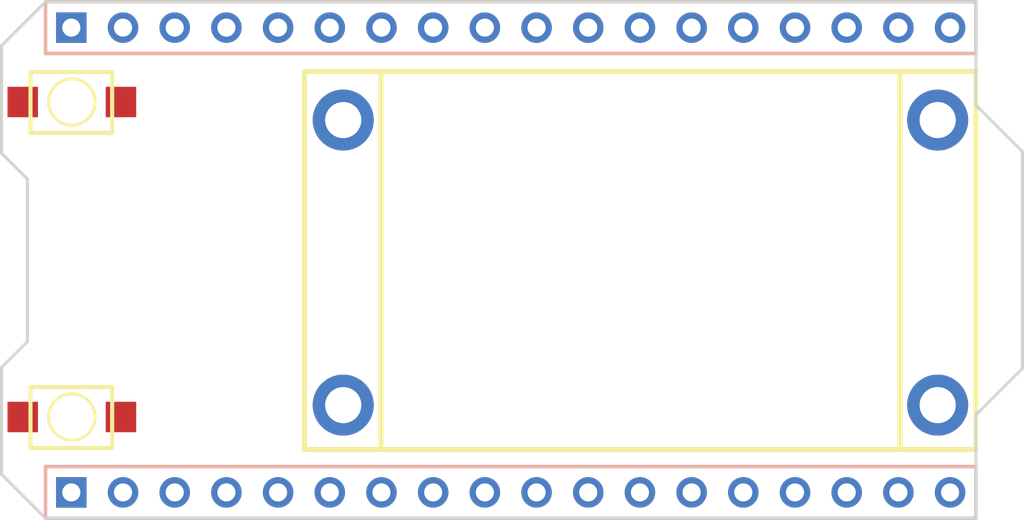
<source format=kicad_pcb>
(kicad_pcb (version 20171130) (host pcbnew "(5.1.6)-1")

  (general
    (thickness 1.6)
    (drawings 20)
    (tracks 0)
    (zones 0)
    (modules 8)
    (nets 2)
  )

  (page A4)
  (layers
    (0 F.Cu signal)
    (31 B.Cu signal)
    (32 B.Adhes user)
    (33 F.Adhes user)
    (34 B.Paste user)
    (35 F.Paste user)
    (36 B.SilkS user)
    (37 F.SilkS user)
    (38 B.Mask user)
    (39 F.Mask user)
    (40 Dwgs.User user)
    (41 Cmts.User user)
    (42 Eco1.User user)
    (43 Eco2.User user)
    (44 Edge.Cuts user)
    (45 Margin user)
    (46 B.CrtYd user)
    (47 F.CrtYd user)
    (48 B.Fab user)
    (49 F.Fab user)
  )

  (setup
    (last_trace_width 0.25)
    (trace_clearance 0.2)
    (zone_clearance 0.508)
    (zone_45_only no)
    (trace_min 0.2)
    (via_size 0.8)
    (via_drill 0.4)
    (via_min_size 0.4)
    (via_min_drill 0.3)
    (uvia_size 0.3)
    (uvia_drill 0.1)
    (uvias_allowed no)
    (uvia_min_size 0.2)
    (uvia_min_drill 0.1)
    (edge_width 0.05)
    (segment_width 0.2)
    (pcb_text_width 0.3)
    (pcb_text_size 1.5 1.5)
    (mod_edge_width 0.12)
    (mod_text_size 1 1)
    (mod_text_width 0.15)
    (pad_size 1.524 1.524)
    (pad_drill 0.762)
    (pad_to_mask_clearance 0.051)
    (solder_mask_min_width 0.25)
    (aux_axis_origin 0 0)
    (visible_elements 7FFFFFFF)
    (pcbplotparams
      (layerselection 0x010fc_ffffffff)
      (usegerberextensions false)
      (usegerberattributes false)
      (usegerberadvancedattributes false)
      (creategerberjobfile false)
      (excludeedgelayer true)
      (linewidth 0.100000)
      (plotframeref false)
      (viasonmask false)
      (mode 1)
      (useauxorigin false)
      (hpglpennumber 1)
      (hpglpenspeed 20)
      (hpglpendiameter 15.000000)
      (psnegative false)
      (psa4output false)
      (plotreference true)
      (plotvalue true)
      (plotinvisibletext false)
      (padsonsilk false)
      (subtractmaskfromsilk false)
      (outputformat 1)
      (mirror false)
      (drillshape 1)
      (scaleselection 1)
      (outputdirectory ""))
  )

  (net 0 "")
  (net 1 GND)

  (net_class Default 这是默认网络类。
    (clearance 0.2)
    (trace_width 0.25)
    (via_dia 0.8)
    (via_drill 0.4)
    (uvia_dia 0.3)
    (uvia_drill 0.1)
    (add_net GND)
  )

  (module "" (layer F.Cu) (tedit 0) (tstamp 0)
    (at 168.7244 98.5366)
    (fp_text reference "" (at 0 0) (layer F.SilkS)
      (effects (font (size 1.27 1.27) (thickness 0.15)))
    )
    (fp_text value "" (at 0 0) (layer F.SilkS)
      (effects (font (size 1.27 1.27) (thickness 0.15)))
    )
    (pad "" thru_hole circle (at 0 0) (size 2.9972 2.9972) (drill 1.778) (layers *.Cu *.Mask)
      (net 1 GND))
  )

  (module "" (layer F.Cu) (tedit 0) (tstamp 0)
    (at 168.7244 112.5574)
    (fp_text reference "" (at 0 0) (layer F.SilkS)
      (effects (font (size 1.27 1.27) (thickness 0.15)))
    )
    (fp_text value "" (at 0 0) (layer F.SilkS)
      (effects (font (size 1.27 1.27) (thickness 0.15)))
    )
    (pad "" thru_hole circle (at 0 0) (size 2.9972 2.9972) (drill 1.778) (layers *.Cu *.Mask)
      (net 1 GND))
  )

  (module "" (layer F.Cu) (tedit 0) (tstamp 0)
    (at 139.5144 98.5366)
    (fp_text reference "" (at 0 0) (layer F.SilkS)
      (effects (font (size 1.27 1.27) (thickness 0.15)))
    )
    (fp_text value "" (at 0 0) (layer F.SilkS)
      (effects (font (size 1.27 1.27) (thickness 0.15)))
    )
    (pad "" thru_hole circle (at 0 0) (size 2.9972 2.9972) (drill 1.778) (layers *.Cu *.Mask)
      (net 1 GND))
  )

  (module "" (layer F.Cu) (tedit 0) (tstamp 0)
    (at 139.5144 112.5574)
    (fp_text reference "" (at 0 0) (layer F.SilkS)
      (effects (font (size 1.27 1.27) (thickness 0.15)))
    )
    (fp_text value "" (at 0 0) (layer F.SilkS)
      (effects (font (size 1.27 1.27) (thickness 0.15)))
    )
    (pad "" thru_hole circle (at 0 0) (size 2.9972 2.9972) (drill 1.778) (layers *.Cu *.Mask)
      (net 1 GND))
  )

  (module HDR1X18_1 (layer B.Cu) (tedit 0) (tstamp 0)
    (at 126.154 93.99 180)
    (attr smd)
    (fp_text reference JP2 (at -43.9166 2.3876 unlocked) (layer B.SilkS) hide
      (effects (font (size 0.333248 0.35052) (thickness 0.0762)) (justify mirror))
    )
    (fp_text value "Header 18" (at -22.0726 0.0762 unlocked) (layer B.SilkS) hide
      (effects (font (size 0.333248 0.35052) (thickness 0.0762)) (justify mirror))
    )
    (fp_line (start -0.635 -1.27) (end -44.45 -1.27) (layer B.SilkS) (width 0.1778))
    (fp_line (start 1.27 1.27) (end -44.45 1.27) (layer B.SilkS) (width 0.1778))
    (fp_line (start -44.45 1.27) (end -44.45 -1.27) (layer B.SilkS) (width 0.1778))
    (fp_line (start 1.27 1.27) (end 1.27 -1.27) (layer B.SilkS) (width 0.1778))
    (fp_line (start 1.27 -1.27) (end -0.635 -1.27) (layer B.SilkS) (width 0.1778))
    (pad 1 thru_hole rect (at 0 0 180) (size 1.4986 1.4986) (drill 0.889) (layers *.Cu *.Mask))
    (pad 2 thru_hole circle (at -2.54 0 180) (size 1.4986 1.4986) (drill 0.889) (layers *.Cu *.Mask))
    (pad 3 thru_hole circle (at -5.08 0 180) (size 1.4986 1.4986) (drill 0.889) (layers *.Cu *.Mask))
    (pad 4 thru_hole circle (at -7.62 0 180) (size 1.4986 1.4986) (drill 0.889) (layers *.Cu *.Mask))
    (pad 5 thru_hole circle (at -10.16 0 180) (size 1.4986 1.4986) (drill 0.889) (layers *.Cu *.Mask))
    (pad 6 thru_hole circle (at -12.7 0 180) (size 1.4986 1.4986) (drill 0.889) (layers *.Cu *.Mask))
    (pad 7 thru_hole circle (at -15.24 0 180) (size 1.4986 1.4986) (drill 0.889) (layers *.Cu *.Mask))
    (pad 8 thru_hole circle (at -17.78 0 180) (size 1.4986 1.4986) (drill 0.889) (layers *.Cu *.Mask))
    (pad 9 thru_hole circle (at -20.32 0 180) (size 1.4986 1.4986) (drill 0.889) (layers *.Cu *.Mask))
    (pad 10 thru_hole circle (at -22.86 0 180) (size 1.4986 1.4986) (drill 0.889) (layers *.Cu *.Mask))
    (pad 11 thru_hole circle (at -25.4 0 180) (size 1.4986 1.4986) (drill 0.889) (layers *.Cu *.Mask))
    (pad 12 thru_hole circle (at -27.94 0 180) (size 1.4986 1.4986) (drill 0.889) (layers *.Cu *.Mask))
    (pad 13 thru_hole circle (at -30.48 0 180) (size 1.4986 1.4986) (drill 0.889) (layers *.Cu *.Mask))
    (pad 14 thru_hole circle (at -33.02 0 180) (size 1.4986 1.4986) (drill 0.889) (layers *.Cu *.Mask))
    (pad 15 thru_hole circle (at -35.56 0 180) (size 1.4986 1.4986) (drill 0.889) (layers *.Cu *.Mask))
    (pad 16 thru_hole circle (at -38.1 0 180) (size 1.4986 1.4986) (drill 0.889) (layers *.Cu *.Mask))
    (pad 17 thru_hole circle (at -40.64 0 180) (size 1.4986 1.4986) (drill 0.889) (layers *.Cu *.Mask))
    (pad 18 thru_hole circle (at -43.18 0 180) (size 1.4986 1.4986) (drill 0.889) (layers *.Cu *.Mask))
  )

  (module HDR1X18_1 (layer B.Cu) (tedit 0) (tstamp 0)
    (at 126.154 116.85 180)
    (attr smd)
    (fp_text reference JP3 (at -0.7112 45.5422 unlocked) (layer B.SilkS) hide
      (effects (font (size 0.333248 0.35052) (thickness 0.0762)) (justify mirror))
    )
    (fp_text value "Header 18" (at -22.0726 0.0762 unlocked) (layer B.SilkS) hide
      (effects (font (size 0.333248 0.35052) (thickness 0.0762)) (justify mirror))
    )
    (fp_line (start -0.635 -1.27) (end -44.45 -1.27) (layer B.SilkS) (width 0.1778))
    (fp_line (start 1.27 1.27) (end -44.45 1.27) (layer B.SilkS) (width 0.1778))
    (fp_line (start -44.45 1.27) (end -44.45 -1.27) (layer B.SilkS) (width 0.1778))
    (fp_line (start 1.27 1.27) (end 1.27 -1.27) (layer B.SilkS) (width 0.1778))
    (fp_line (start 1.27 -1.27) (end -0.635 -1.27) (layer B.SilkS) (width 0.1778))
    (pad 1 thru_hole rect (at 0 0 180) (size 1.4986 1.4986) (drill 0.889) (layers *.Cu *.Mask))
    (pad 2 thru_hole circle (at -2.54 0 180) (size 1.4986 1.4986) (drill 0.889) (layers *.Cu *.Mask))
    (pad 3 thru_hole circle (at -5.08 0 180) (size 1.4986 1.4986) (drill 0.889) (layers *.Cu *.Mask))
    (pad 4 thru_hole circle (at -7.62 0 180) (size 1.4986 1.4986) (drill 0.889) (layers *.Cu *.Mask))
    (pad 5 thru_hole circle (at -10.16 0 180) (size 1.4986 1.4986) (drill 0.889) (layers *.Cu *.Mask))
    (pad 6 thru_hole circle (at -12.7 0 180) (size 1.4986 1.4986) (drill 0.889) (layers *.Cu *.Mask))
    (pad 7 thru_hole circle (at -15.24 0 180) (size 1.4986 1.4986) (drill 0.889) (layers *.Cu *.Mask))
    (pad 8 thru_hole circle (at -17.78 0 180) (size 1.4986 1.4986) (drill 0.889) (layers *.Cu *.Mask))
    (pad 9 thru_hole circle (at -20.32 0 180) (size 1.4986 1.4986) (drill 0.889) (layers *.Cu *.Mask))
    (pad 10 thru_hole circle (at -22.86 0 180) (size 1.4986 1.4986) (drill 0.889) (layers *.Cu *.Mask))
    (pad 11 thru_hole circle (at -25.4 0 180) (size 1.4986 1.4986) (drill 0.889) (layers *.Cu *.Mask))
    (pad 12 thru_hole circle (at -27.94 0 180) (size 1.4986 1.4986) (drill 0.889) (layers *.Cu *.Mask))
    (pad 13 thru_hole circle (at -30.48 0 180) (size 1.4986 1.4986) (drill 0.889) (layers *.Cu *.Mask))
    (pad 14 thru_hole circle (at -33.02 0 180) (size 1.4986 1.4986) (drill 0.889) (layers *.Cu *.Mask))
    (pad 15 thru_hole circle (at -35.56 0 180) (size 1.4986 1.4986) (drill 0.889) (layers *.Cu *.Mask))
    (pad 16 thru_hole circle (at -38.1 0 180) (size 1.4986 1.4986) (drill 0.889) (layers *.Cu *.Mask))
    (pad 17 thru_hole circle (at -40.64 0 180) (size 1.4986 1.4986) (drill 0.889) (layers *.Cu *.Mask))
    (pad 18 thru_hole circle (at -43.18 0 180) (size 1.4986 1.4986) (drill 0.889) (layers *.Cu *.Mask))
  )

  (module TACK_SWITCH_3x4x2_no_hole_1 (layer F.Cu) (tedit 0) (tstamp 0)
    (at 129.329 113.675)
    (attr smd)
    (fp_text reference S1 (at -1.6002 -1.1176 unlocked) (layer F.SilkS) hide
      (effects (font (size 0.333248 0.35052) (thickness 0.0762)))
    )
    (fp_text value RESET (at -3.4036 -0.5842 unlocked) (layer F.SilkS) hide
      (effects (font (size 0.333248 0.35052) (thickness 0.0762)))
    )
    (fp_circle (center -3.1496 -0.5334) (end -2.0066 -0.5334) (layer F.SilkS) (width 0.1524))
    (fp_line (start -5.1816 0.9906) (end -1.1684 0.9906) (layer F.SilkS) (width 0.2032))
    (fp_line (start -1.1684 0.9906) (end -1.1684 -2.0066) (layer F.SilkS) (width 0.2032))
    (fp_line (start -5.1816 -2.0066) (end -1.1684 -2.0066) (layer F.SilkS) (width 0.2032))
    (fp_line (start -5.1816 0.9906) (end -5.1816 -2.0066) (layer F.SilkS) (width 0.2032))
    (pad 1 smd rect (at -5.5626 -0.5334) (size 1.4986 1.4986) (layers F.Cu F.Paste F.Mask))
    (pad 2 smd rect (at -0.7366 -0.5334) (size 1.4986 1.4986) (layers F.Cu F.Paste F.Mask))
  )

  (module TACK_SWITCH_3x4x2_no_hole_1 (layer F.Cu) (tedit 0) (tstamp 0)
    (at 129.329 98.181)
    (attr smd)
    (fp_text reference S2 (at -1.6002 -1.1176 unlocked) (layer F.SilkS) hide
      (effects (font (size 0.333248 0.35052) (thickness 0.0762)))
    )
    (fp_text value BTN-0 (at -3.4036 -0.5842 unlocked) (layer F.SilkS) hide
      (effects (font (size 0.333248 0.35052) (thickness 0.0762)))
    )
    (fp_circle (center -3.1496 -0.5334) (end -2.0066 -0.5334) (layer F.SilkS) (width 0.1524))
    (fp_line (start -5.1816 0.9906) (end -1.1684 0.9906) (layer F.SilkS) (width 0.2032))
    (fp_line (start -1.1684 0.9906) (end -1.1684 -2.0066) (layer F.SilkS) (width 0.2032))
    (fp_line (start -5.1816 -2.0066) (end -1.1684 -2.0066) (layer F.SilkS) (width 0.2032))
    (fp_line (start -5.1816 0.9906) (end -5.1816 -2.0066) (layer F.SilkS) (width 0.2032))
    (pad 1 smd rect (at -5.5626 -0.5334) (size 1.4986 1.4986) (layers F.Cu F.Paste F.Mask))
    (pad 2 smd rect (at -0.7366 -0.5334) (size 1.4986 1.4986) (layers F.Cu F.Paste F.Mask))
  )

  (gr_line (start 170.604 118.12) (end 170.604 113.04) (layer Edge.Cuts) (width 0.1524))
  (gr_line (start 122.725 100.1622) (end 123.995 101.4322) (layer Edge.Cuts) (width 0.1524))
  (gr_line (start 122.725 94.879) (end 124.884 92.72) (layer Edge.Cuts) (width 0.1524))
  (gr_line (start 123.995 109.4332) (end 123.995 101.4322) (layer Edge.Cuts) (width 0.1524))
  (gr_line (start 122.725 115.961) (end 124.884 118.12) (layer Edge.Cuts) (width 0.1524))
  (gr_line (start 124.884 118.12) (end 170.604 118.12) (layer Edge.Cuts) (width 0.1524))
  (gr_line (start 122.725 115.961) (end 122.725 110.7032) (layer Edge.Cuts) (width 0.1524))
  (gr_line (start 122.725 100.1622) (end 122.725 94.879) (layer Edge.Cuts) (width 0.1524))
  (gr_line (start 122.725 110.7032) (end 123.995 109.4332) (layer Edge.Cuts) (width 0.1524))
  (gr_line (start 124.884 92.72) (end 170.604 92.72) (layer Edge.Cuts) (width 0.1524))
  (gr_line (start 170.604 97.8) (end 170.604 92.72) (layer Edge.Cuts) (width 0.1524))
  (gr_line (start 170.604 97.8) (end 172.89 100.086) (layer Edge.Cuts) (width 0.1524))
  (gr_line (start 170.604 113.04) (end 172.89 110.754) (layer Edge.Cuts) (width 0.1524))
  (gr_line (start 172.89 110.754) (end 172.89 100.086) (layer Edge.Cuts) (width 0.1524))
  (gr_line (start 137.6094 114.7418) (end 170.604 114.7418) (layer F.SilkS) (width 0.254))
  (gr_line (start 137.6094 114.7418) (end 137.6094 96.149) (layer F.SilkS) (width 0.254))
  (gr_line (start 137.6094 96.149) (end 170.604 96.149) (layer F.SilkS) (width 0.254))
  (gr_line (start 170.604 114.7418) (end 170.604 96.149) (layer F.SilkS) (width 0.254))
  (gr_line (start 141.3686 114.7418) (end 141.3686 96.149) (layer F.SilkS) (width 0.254))
  (gr_line (start 166.8702 114.7418) (end 166.8702 96.149) (layer F.SilkS) (width 0.254))

)

</source>
